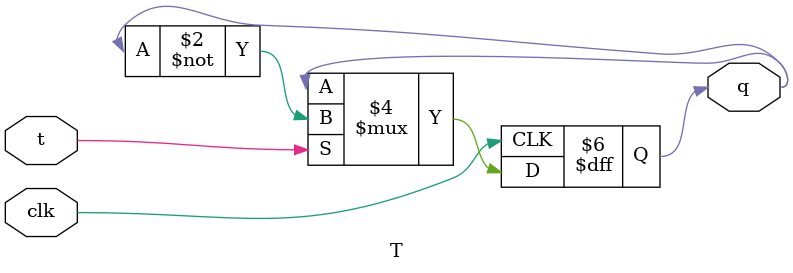
<source format=v>
module T (
    input wire t,
    input wire clk,
    output reg q
);
    //Se inicializan los valores de los regs
    initial begin
        q=0;
    end

    //Se realizarán cambios unicament en flancos positivos del reloj
    always @(posedge clk) begin
        if (t) begin
            q  <= ~q;
        end
    end
endmodule
</source>
